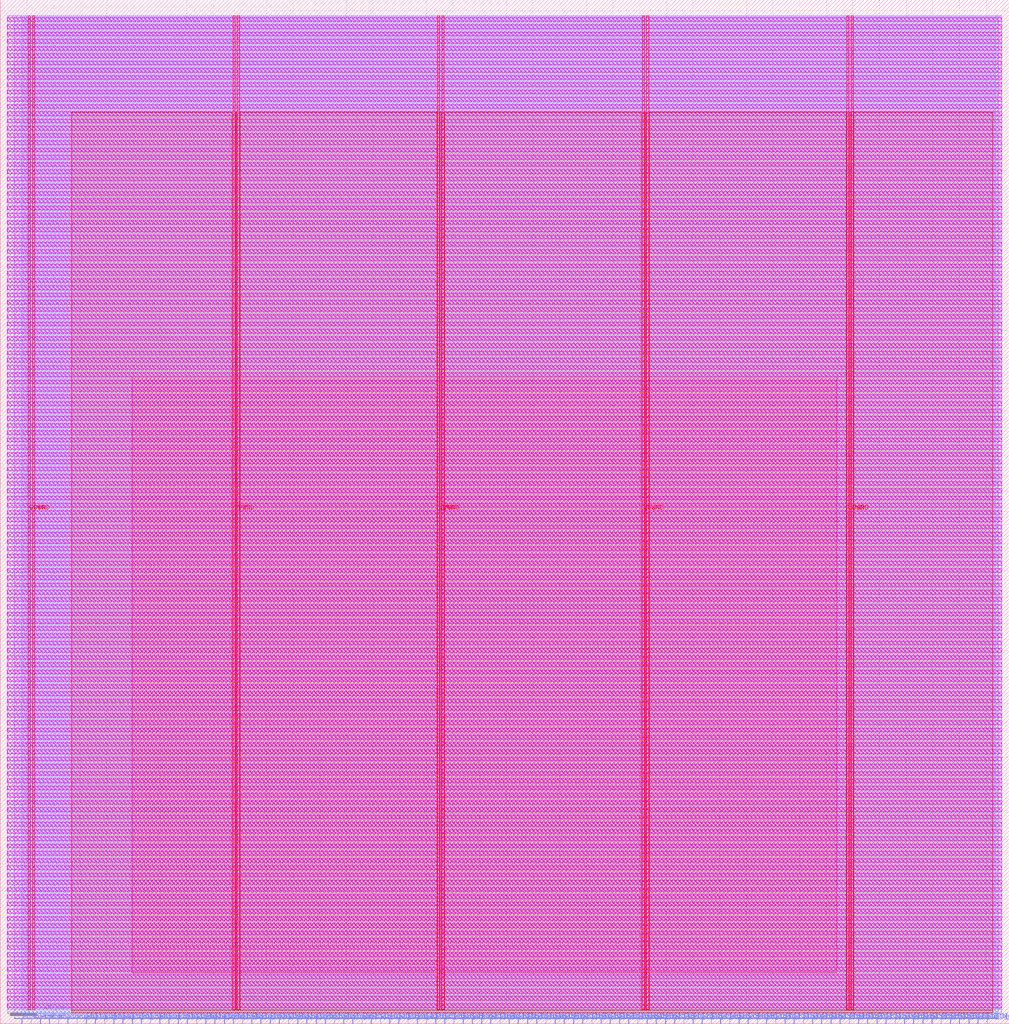
<source format=lef>
VERSION 5.7 ;
  NOWIREEXTENSIONATPIN ON ;
  DIVIDERCHAR "/" ;
  BUSBITCHARS "[]" ;
MACRO aes_wb_wrapper
  CLASS BLOCK ;
  FOREIGN aes_wb_wrapper ;
  ORIGIN 0.000 0.000 ;
  SIZE 757.355 BY 768.075 ;
  PIN VGND
    DIRECTION INOUT ;
    USE GROUND ;
    PORT
      LAYER met4 ;
        RECT 24.340 10.640 25.940 756.400 ;
    END
    PORT
      LAYER met4 ;
        RECT 177.940 10.640 179.540 756.400 ;
    END
    PORT
      LAYER met4 ;
        RECT 331.540 10.640 333.140 756.400 ;
    END
    PORT
      LAYER met4 ;
        RECT 485.140 10.640 486.740 756.400 ;
    END
    PORT
      LAYER met4 ;
        RECT 638.740 10.640 640.340 756.400 ;
    END
  END VGND
  PIN VPWR
    DIRECTION INOUT ;
    USE POWER ;
    PORT
      LAYER met4 ;
        RECT 21.040 10.640 22.640 756.400 ;
    END
    PORT
      LAYER met4 ;
        RECT 174.640 10.640 176.240 756.400 ;
    END
    PORT
      LAYER met4 ;
        RECT 328.240 10.640 329.840 756.400 ;
    END
    PORT
      LAYER met4 ;
        RECT 481.840 10.640 483.440 756.400 ;
    END
    PORT
      LAYER met4 ;
        RECT 635.440 10.640 637.040 756.400 ;
    END
  END VPWR
  PIN wb_clk_i
    DIRECTION INPUT ;
    USE SIGNAL ;
    ANTENNAGATEAREA 0.852000 ;
    ANTENNADIFFAREA 0.434700 ;
    PORT
      LAYER met2 ;
        RECT 16.190 0.000 16.470 4.000 ;
    END
  END wb_clk_i
  PIN wb_rst_i
    DIRECTION INPUT ;
    USE SIGNAL ;
    ANTENNAGATEAREA 0.495000 ;
    ANTENNADIFFAREA 0.434700 ;
    PORT
      LAYER met2 ;
        RECT 23.090 0.000 23.370 4.000 ;
    END
  END wb_rst_i
  PIN wbs_ack_o
    DIRECTION OUTPUT ;
    USE SIGNAL ;
    ANTENNADIFFAREA 2.673000 ;
    PORT
      LAYER met2 ;
        RECT 29.990 0.000 30.270 4.000 ;
    END
  END wbs_ack_o
  PIN wbs_adr_i[0]
    DIRECTION INPUT ;
    USE SIGNAL ;
    PORT
      LAYER met2 ;
        RECT 36.890 0.000 37.170 4.000 ;
    END
  END wbs_adr_i[0]
  PIN wbs_adr_i[10]
    DIRECTION INPUT ;
    USE SIGNAL ;
    PORT
      LAYER met2 ;
        RECT 105.890 0.000 106.170 4.000 ;
    END
  END wbs_adr_i[10]
  PIN wbs_adr_i[11]
    DIRECTION INPUT ;
    USE SIGNAL ;
    PORT
      LAYER met2 ;
        RECT 112.790 0.000 113.070 4.000 ;
    END
  END wbs_adr_i[11]
  PIN wbs_adr_i[12]
    DIRECTION INPUT ;
    USE SIGNAL ;
    PORT
      LAYER met2 ;
        RECT 119.690 0.000 119.970 4.000 ;
    END
  END wbs_adr_i[12]
  PIN wbs_adr_i[13]
    DIRECTION INPUT ;
    USE SIGNAL ;
    PORT
      LAYER met2 ;
        RECT 126.590 0.000 126.870 4.000 ;
    END
  END wbs_adr_i[13]
  PIN wbs_adr_i[14]
    DIRECTION INPUT ;
    USE SIGNAL ;
    PORT
      LAYER met2 ;
        RECT 133.490 0.000 133.770 4.000 ;
    END
  END wbs_adr_i[14]
  PIN wbs_adr_i[15]
    DIRECTION INPUT ;
    USE SIGNAL ;
    PORT
      LAYER met2 ;
        RECT 140.390 0.000 140.670 4.000 ;
    END
  END wbs_adr_i[15]
  PIN wbs_adr_i[16]
    DIRECTION INPUT ;
    USE SIGNAL ;
    PORT
      LAYER met2 ;
        RECT 147.290 0.000 147.570 4.000 ;
    END
  END wbs_adr_i[16]
  PIN wbs_adr_i[17]
    DIRECTION INPUT ;
    USE SIGNAL ;
    PORT
      LAYER met2 ;
        RECT 154.190 0.000 154.470 4.000 ;
    END
  END wbs_adr_i[17]
  PIN wbs_adr_i[18]
    DIRECTION INPUT ;
    USE SIGNAL ;
    PORT
      LAYER met2 ;
        RECT 161.090 0.000 161.370 4.000 ;
    END
  END wbs_adr_i[18]
  PIN wbs_adr_i[19]
    DIRECTION INPUT ;
    USE SIGNAL ;
    PORT
      LAYER met2 ;
        RECT 167.990 0.000 168.270 4.000 ;
    END
  END wbs_adr_i[19]
  PIN wbs_adr_i[1]
    DIRECTION INPUT ;
    USE SIGNAL ;
    PORT
      LAYER met2 ;
        RECT 43.790 0.000 44.070 4.000 ;
    END
  END wbs_adr_i[1]
  PIN wbs_adr_i[20]
    DIRECTION INPUT ;
    USE SIGNAL ;
    PORT
      LAYER met2 ;
        RECT 174.890 0.000 175.170 4.000 ;
    END
  END wbs_adr_i[20]
  PIN wbs_adr_i[21]
    DIRECTION INPUT ;
    USE SIGNAL ;
    PORT
      LAYER met2 ;
        RECT 181.790 0.000 182.070 4.000 ;
    END
  END wbs_adr_i[21]
  PIN wbs_adr_i[22]
    DIRECTION INPUT ;
    USE SIGNAL ;
    PORT
      LAYER met2 ;
        RECT 188.690 0.000 188.970 4.000 ;
    END
  END wbs_adr_i[22]
  PIN wbs_adr_i[23]
    DIRECTION INPUT ;
    USE SIGNAL ;
    PORT
      LAYER met2 ;
        RECT 195.590 0.000 195.870 4.000 ;
    END
  END wbs_adr_i[23]
  PIN wbs_adr_i[24]
    DIRECTION INPUT ;
    USE SIGNAL ;
    PORT
      LAYER met2 ;
        RECT 202.490 0.000 202.770 4.000 ;
    END
  END wbs_adr_i[24]
  PIN wbs_adr_i[25]
    DIRECTION INPUT ;
    USE SIGNAL ;
    PORT
      LAYER met2 ;
        RECT 209.390 0.000 209.670 4.000 ;
    END
  END wbs_adr_i[25]
  PIN wbs_adr_i[26]
    DIRECTION INPUT ;
    USE SIGNAL ;
    PORT
      LAYER met2 ;
        RECT 216.290 0.000 216.570 4.000 ;
    END
  END wbs_adr_i[26]
  PIN wbs_adr_i[27]
    DIRECTION INPUT ;
    USE SIGNAL ;
    PORT
      LAYER met2 ;
        RECT 223.190 0.000 223.470 4.000 ;
    END
  END wbs_adr_i[27]
  PIN wbs_adr_i[28]
    DIRECTION INPUT ;
    USE SIGNAL ;
    PORT
      LAYER met2 ;
        RECT 230.090 0.000 230.370 4.000 ;
    END
  END wbs_adr_i[28]
  PIN wbs_adr_i[29]
    DIRECTION INPUT ;
    USE SIGNAL ;
    PORT
      LAYER met2 ;
        RECT 236.990 0.000 237.270 4.000 ;
    END
  END wbs_adr_i[29]
  PIN wbs_adr_i[2]
    DIRECTION INPUT ;
    USE SIGNAL ;
    ANTENNAGATEAREA 0.126000 ;
    ANTENNADIFFAREA 0.434700 ;
    PORT
      LAYER met2 ;
        RECT 50.690 0.000 50.970 4.000 ;
    END
  END wbs_adr_i[2]
  PIN wbs_adr_i[30]
    DIRECTION INPUT ;
    USE SIGNAL ;
    PORT
      LAYER met2 ;
        RECT 243.890 0.000 244.170 4.000 ;
    END
  END wbs_adr_i[30]
  PIN wbs_adr_i[31]
    DIRECTION INPUT ;
    USE SIGNAL ;
    PORT
      LAYER met2 ;
        RECT 250.790 0.000 251.070 4.000 ;
    END
  END wbs_adr_i[31]
  PIN wbs_adr_i[3]
    DIRECTION INPUT ;
    USE SIGNAL ;
    ANTENNAGATEAREA 0.126000 ;
    ANTENNADIFFAREA 0.434700 ;
    PORT
      LAYER met2 ;
        RECT 57.590 0.000 57.870 4.000 ;
    END
  END wbs_adr_i[3]
  PIN wbs_adr_i[4]
    DIRECTION INPUT ;
    USE SIGNAL ;
    ANTENNAGATEAREA 0.126000 ;
    ANTENNADIFFAREA 0.434700 ;
    PORT
      LAYER met2 ;
        RECT 64.490 0.000 64.770 4.000 ;
    END
  END wbs_adr_i[4]
  PIN wbs_adr_i[5]
    DIRECTION INPUT ;
    USE SIGNAL ;
    ANTENNAGATEAREA 0.126000 ;
    ANTENNADIFFAREA 0.434700 ;
    PORT
      LAYER met2 ;
        RECT 71.390 0.000 71.670 4.000 ;
    END
  END wbs_adr_i[5]
  PIN wbs_adr_i[6]
    DIRECTION INPUT ;
    USE SIGNAL ;
    ANTENNAGATEAREA 0.126000 ;
    ANTENNADIFFAREA 0.434700 ;
    PORT
      LAYER met2 ;
        RECT 78.290 0.000 78.570 4.000 ;
    END
  END wbs_adr_i[6]
  PIN wbs_adr_i[7]
    DIRECTION INPUT ;
    USE SIGNAL ;
    ANTENNAGATEAREA 0.126000 ;
    ANTENNADIFFAREA 0.434700 ;
    PORT
      LAYER met2 ;
        RECT 85.190 0.000 85.470 4.000 ;
    END
  END wbs_adr_i[7]
  PIN wbs_adr_i[8]
    DIRECTION INPUT ;
    USE SIGNAL ;
    ANTENNAGATEAREA 0.126000 ;
    ANTENNADIFFAREA 0.434700 ;
    PORT
      LAYER met2 ;
        RECT 92.090 0.000 92.370 4.000 ;
    END
  END wbs_adr_i[8]
  PIN wbs_adr_i[9]
    DIRECTION INPUT ;
    USE SIGNAL ;
    ANTENNAGATEAREA 0.126000 ;
    ANTENNADIFFAREA 0.434700 ;
    PORT
      LAYER met2 ;
        RECT 98.990 0.000 99.270 4.000 ;
    END
  END wbs_adr_i[9]
  PIN wbs_cyc_i
    DIRECTION INPUT ;
    USE SIGNAL ;
    ANTENNAGATEAREA 0.126000 ;
    ANTENNADIFFAREA 0.434700 ;
    PORT
      LAYER met2 ;
        RECT 257.690 0.000 257.970 4.000 ;
    END
  END wbs_cyc_i
  PIN wbs_dat_i[0]
    DIRECTION INPUT ;
    USE SIGNAL ;
    ANTENNAGATEAREA 0.126000 ;
    ANTENNADIFFAREA 0.434700 ;
    PORT
      LAYER met2 ;
        RECT 264.590 0.000 264.870 4.000 ;
    END
  END wbs_dat_i[0]
  PIN wbs_dat_i[10]
    DIRECTION INPUT ;
    USE SIGNAL ;
    ANTENNAGATEAREA 0.126000 ;
    ANTENNADIFFAREA 0.434700 ;
    PORT
      LAYER met2 ;
        RECT 333.590 0.000 333.870 4.000 ;
    END
  END wbs_dat_i[10]
  PIN wbs_dat_i[11]
    DIRECTION INPUT ;
    USE SIGNAL ;
    ANTENNAGATEAREA 0.126000 ;
    ANTENNADIFFAREA 0.434700 ;
    PORT
      LAYER met2 ;
        RECT 340.490 0.000 340.770 4.000 ;
    END
  END wbs_dat_i[11]
  PIN wbs_dat_i[12]
    DIRECTION INPUT ;
    USE SIGNAL ;
    ANTENNAGATEAREA 0.126000 ;
    ANTENNADIFFAREA 0.434700 ;
    PORT
      LAYER met2 ;
        RECT 347.390 0.000 347.670 4.000 ;
    END
  END wbs_dat_i[12]
  PIN wbs_dat_i[13]
    DIRECTION INPUT ;
    USE SIGNAL ;
    ANTENNAGATEAREA 0.126000 ;
    ANTENNADIFFAREA 0.434700 ;
    PORT
      LAYER met2 ;
        RECT 354.290 0.000 354.570 4.000 ;
    END
  END wbs_dat_i[13]
  PIN wbs_dat_i[14]
    DIRECTION INPUT ;
    USE SIGNAL ;
    ANTENNAGATEAREA 0.126000 ;
    ANTENNADIFFAREA 0.434700 ;
    PORT
      LAYER met2 ;
        RECT 361.190 0.000 361.470 4.000 ;
    END
  END wbs_dat_i[14]
  PIN wbs_dat_i[15]
    DIRECTION INPUT ;
    USE SIGNAL ;
    ANTENNAGATEAREA 0.126000 ;
    ANTENNADIFFAREA 0.434700 ;
    PORT
      LAYER met2 ;
        RECT 368.090 0.000 368.370 4.000 ;
    END
  END wbs_dat_i[15]
  PIN wbs_dat_i[16]
    DIRECTION INPUT ;
    USE SIGNAL ;
    ANTENNAGATEAREA 0.126000 ;
    ANTENNADIFFAREA 0.434700 ;
    PORT
      LAYER met2 ;
        RECT 374.990 0.000 375.270 4.000 ;
    END
  END wbs_dat_i[16]
  PIN wbs_dat_i[17]
    DIRECTION INPUT ;
    USE SIGNAL ;
    ANTENNAGATEAREA 0.126000 ;
    ANTENNADIFFAREA 0.434700 ;
    PORT
      LAYER met2 ;
        RECT 381.890 0.000 382.170 4.000 ;
    END
  END wbs_dat_i[17]
  PIN wbs_dat_i[18]
    DIRECTION INPUT ;
    USE SIGNAL ;
    ANTENNAGATEAREA 0.126000 ;
    ANTENNADIFFAREA 0.434700 ;
    PORT
      LAYER met2 ;
        RECT 388.790 0.000 389.070 4.000 ;
    END
  END wbs_dat_i[18]
  PIN wbs_dat_i[19]
    DIRECTION INPUT ;
    USE SIGNAL ;
    ANTENNAGATEAREA 0.126000 ;
    ANTENNADIFFAREA 0.434700 ;
    PORT
      LAYER met2 ;
        RECT 395.690 0.000 395.970 4.000 ;
    END
  END wbs_dat_i[19]
  PIN wbs_dat_i[1]
    DIRECTION INPUT ;
    USE SIGNAL ;
    ANTENNAGATEAREA 0.126000 ;
    ANTENNADIFFAREA 0.434700 ;
    PORT
      LAYER met2 ;
        RECT 271.490 0.000 271.770 4.000 ;
    END
  END wbs_dat_i[1]
  PIN wbs_dat_i[20]
    DIRECTION INPUT ;
    USE SIGNAL ;
    ANTENNAGATEAREA 0.126000 ;
    ANTENNADIFFAREA 0.434700 ;
    PORT
      LAYER met2 ;
        RECT 402.590 0.000 402.870 4.000 ;
    END
  END wbs_dat_i[20]
  PIN wbs_dat_i[21]
    DIRECTION INPUT ;
    USE SIGNAL ;
    ANTENNAGATEAREA 0.126000 ;
    ANTENNADIFFAREA 0.434700 ;
    PORT
      LAYER met2 ;
        RECT 409.490 0.000 409.770 4.000 ;
    END
  END wbs_dat_i[21]
  PIN wbs_dat_i[22]
    DIRECTION INPUT ;
    USE SIGNAL ;
    ANTENNAGATEAREA 0.126000 ;
    ANTENNADIFFAREA 0.434700 ;
    PORT
      LAYER met2 ;
        RECT 416.390 0.000 416.670 4.000 ;
    END
  END wbs_dat_i[22]
  PIN wbs_dat_i[23]
    DIRECTION INPUT ;
    USE SIGNAL ;
    ANTENNAGATEAREA 0.126000 ;
    ANTENNADIFFAREA 0.434700 ;
    PORT
      LAYER met2 ;
        RECT 423.290 0.000 423.570 4.000 ;
    END
  END wbs_dat_i[23]
  PIN wbs_dat_i[24]
    DIRECTION INPUT ;
    USE SIGNAL ;
    ANTENNAGATEAREA 0.126000 ;
    ANTENNADIFFAREA 0.434700 ;
    PORT
      LAYER met2 ;
        RECT 430.190 0.000 430.470 4.000 ;
    END
  END wbs_dat_i[24]
  PIN wbs_dat_i[25]
    DIRECTION INPUT ;
    USE SIGNAL ;
    ANTENNAGATEAREA 0.126000 ;
    ANTENNADIFFAREA 0.434700 ;
    PORT
      LAYER met2 ;
        RECT 437.090 0.000 437.370 4.000 ;
    END
  END wbs_dat_i[25]
  PIN wbs_dat_i[26]
    DIRECTION INPUT ;
    USE SIGNAL ;
    ANTENNAGATEAREA 0.126000 ;
    ANTENNADIFFAREA 0.434700 ;
    PORT
      LAYER met2 ;
        RECT 443.990 0.000 444.270 4.000 ;
    END
  END wbs_dat_i[26]
  PIN wbs_dat_i[27]
    DIRECTION INPUT ;
    USE SIGNAL ;
    ANTENNAGATEAREA 0.126000 ;
    ANTENNADIFFAREA 0.434700 ;
    PORT
      LAYER met2 ;
        RECT 450.890 0.000 451.170 4.000 ;
    END
  END wbs_dat_i[27]
  PIN wbs_dat_i[28]
    DIRECTION INPUT ;
    USE SIGNAL ;
    ANTENNAGATEAREA 0.126000 ;
    ANTENNADIFFAREA 0.434700 ;
    PORT
      LAYER met2 ;
        RECT 457.790 0.000 458.070 4.000 ;
    END
  END wbs_dat_i[28]
  PIN wbs_dat_i[29]
    DIRECTION INPUT ;
    USE SIGNAL ;
    ANTENNAGATEAREA 0.126000 ;
    ANTENNADIFFAREA 0.434700 ;
    PORT
      LAYER met2 ;
        RECT 464.690 0.000 464.970 4.000 ;
    END
  END wbs_dat_i[29]
  PIN wbs_dat_i[2]
    DIRECTION INPUT ;
    USE SIGNAL ;
    ANTENNAGATEAREA 0.126000 ;
    ANTENNADIFFAREA 0.434700 ;
    PORT
      LAYER met2 ;
        RECT 278.390 0.000 278.670 4.000 ;
    END
  END wbs_dat_i[2]
  PIN wbs_dat_i[30]
    DIRECTION INPUT ;
    USE SIGNAL ;
    ANTENNAGATEAREA 0.126000 ;
    ANTENNADIFFAREA 0.434700 ;
    PORT
      LAYER met2 ;
        RECT 471.590 0.000 471.870 4.000 ;
    END
  END wbs_dat_i[30]
  PIN wbs_dat_i[31]
    DIRECTION INPUT ;
    USE SIGNAL ;
    ANTENNAGATEAREA 0.126000 ;
    ANTENNADIFFAREA 0.434700 ;
    PORT
      LAYER met2 ;
        RECT 478.490 0.000 478.770 4.000 ;
    END
  END wbs_dat_i[31]
  PIN wbs_dat_i[3]
    DIRECTION INPUT ;
    USE SIGNAL ;
    ANTENNAGATEAREA 0.126000 ;
    ANTENNADIFFAREA 0.434700 ;
    PORT
      LAYER met2 ;
        RECT 285.290 0.000 285.570 4.000 ;
    END
  END wbs_dat_i[3]
  PIN wbs_dat_i[4]
    DIRECTION INPUT ;
    USE SIGNAL ;
    ANTENNAGATEAREA 0.126000 ;
    ANTENNADIFFAREA 0.434700 ;
    PORT
      LAYER met2 ;
        RECT 292.190 0.000 292.470 4.000 ;
    END
  END wbs_dat_i[4]
  PIN wbs_dat_i[5]
    DIRECTION INPUT ;
    USE SIGNAL ;
    ANTENNAGATEAREA 0.126000 ;
    ANTENNADIFFAREA 0.434700 ;
    PORT
      LAYER met2 ;
        RECT 299.090 0.000 299.370 4.000 ;
    END
  END wbs_dat_i[5]
  PIN wbs_dat_i[6]
    DIRECTION INPUT ;
    USE SIGNAL ;
    ANTENNAGATEAREA 0.126000 ;
    ANTENNADIFFAREA 0.434700 ;
    PORT
      LAYER met2 ;
        RECT 305.990 0.000 306.270 4.000 ;
    END
  END wbs_dat_i[6]
  PIN wbs_dat_i[7]
    DIRECTION INPUT ;
    USE SIGNAL ;
    ANTENNAGATEAREA 0.126000 ;
    ANTENNADIFFAREA 0.434700 ;
    PORT
      LAYER met2 ;
        RECT 312.890 0.000 313.170 4.000 ;
    END
  END wbs_dat_i[7]
  PIN wbs_dat_i[8]
    DIRECTION INPUT ;
    USE SIGNAL ;
    ANTENNAGATEAREA 0.126000 ;
    ANTENNADIFFAREA 0.434700 ;
    PORT
      LAYER met2 ;
        RECT 319.790 0.000 320.070 4.000 ;
    END
  END wbs_dat_i[8]
  PIN wbs_dat_i[9]
    DIRECTION INPUT ;
    USE SIGNAL ;
    ANTENNAGATEAREA 0.126000 ;
    ANTENNADIFFAREA 0.434700 ;
    PORT
      LAYER met2 ;
        RECT 326.690 0.000 326.970 4.000 ;
    END
  END wbs_dat_i[9]
  PIN wbs_dat_o[0]
    DIRECTION OUTPUT ;
    USE SIGNAL ;
    ANTENNADIFFAREA 2.673000 ;
    PORT
      LAYER met2 ;
        RECT 485.390 0.000 485.670 4.000 ;
    END
  END wbs_dat_o[0]
  PIN wbs_dat_o[10]
    DIRECTION OUTPUT ;
    USE SIGNAL ;
    ANTENNADIFFAREA 2.673000 ;
    PORT
      LAYER met2 ;
        RECT 554.390 0.000 554.670 4.000 ;
    END
  END wbs_dat_o[10]
  PIN wbs_dat_o[11]
    DIRECTION OUTPUT ;
    USE SIGNAL ;
    ANTENNADIFFAREA 2.673000 ;
    PORT
      LAYER met2 ;
        RECT 561.290 0.000 561.570 4.000 ;
    END
  END wbs_dat_o[11]
  PIN wbs_dat_o[12]
    DIRECTION OUTPUT ;
    USE SIGNAL ;
    ANTENNADIFFAREA 2.673000 ;
    PORT
      LAYER met2 ;
        RECT 568.190 0.000 568.470 4.000 ;
    END
  END wbs_dat_o[12]
  PIN wbs_dat_o[13]
    DIRECTION OUTPUT ;
    USE SIGNAL ;
    ANTENNADIFFAREA 2.673000 ;
    PORT
      LAYER met2 ;
        RECT 575.090 0.000 575.370 4.000 ;
    END
  END wbs_dat_o[13]
  PIN wbs_dat_o[14]
    DIRECTION OUTPUT ;
    USE SIGNAL ;
    ANTENNADIFFAREA 2.673000 ;
    PORT
      LAYER met2 ;
        RECT 581.990 0.000 582.270 4.000 ;
    END
  END wbs_dat_o[14]
  PIN wbs_dat_o[15]
    DIRECTION OUTPUT ;
    USE SIGNAL ;
    ANTENNADIFFAREA 2.673000 ;
    PORT
      LAYER met2 ;
        RECT 588.890 0.000 589.170 4.000 ;
    END
  END wbs_dat_o[15]
  PIN wbs_dat_o[16]
    DIRECTION OUTPUT ;
    USE SIGNAL ;
    ANTENNADIFFAREA 2.673000 ;
    PORT
      LAYER met2 ;
        RECT 595.790 0.000 596.070 4.000 ;
    END
  END wbs_dat_o[16]
  PIN wbs_dat_o[17]
    DIRECTION OUTPUT ;
    USE SIGNAL ;
    ANTENNADIFFAREA 2.673000 ;
    PORT
      LAYER met2 ;
        RECT 602.690 0.000 602.970 4.000 ;
    END
  END wbs_dat_o[17]
  PIN wbs_dat_o[18]
    DIRECTION OUTPUT ;
    USE SIGNAL ;
    ANTENNADIFFAREA 2.673000 ;
    PORT
      LAYER met2 ;
        RECT 609.590 0.000 609.870 4.000 ;
    END
  END wbs_dat_o[18]
  PIN wbs_dat_o[19]
    DIRECTION OUTPUT ;
    USE SIGNAL ;
    ANTENNADIFFAREA 2.673000 ;
    PORT
      LAYER met2 ;
        RECT 616.490 0.000 616.770 4.000 ;
    END
  END wbs_dat_o[19]
  PIN wbs_dat_o[1]
    DIRECTION OUTPUT ;
    USE SIGNAL ;
    ANTENNADIFFAREA 2.673000 ;
    PORT
      LAYER met2 ;
        RECT 492.290 0.000 492.570 4.000 ;
    END
  END wbs_dat_o[1]
  PIN wbs_dat_o[20]
    DIRECTION OUTPUT ;
    USE SIGNAL ;
    ANTENNADIFFAREA 2.673000 ;
    PORT
      LAYER met2 ;
        RECT 623.390 0.000 623.670 4.000 ;
    END
  END wbs_dat_o[20]
  PIN wbs_dat_o[21]
    DIRECTION OUTPUT ;
    USE SIGNAL ;
    ANTENNADIFFAREA 2.673000 ;
    PORT
      LAYER met2 ;
        RECT 630.290 0.000 630.570 4.000 ;
    END
  END wbs_dat_o[21]
  PIN wbs_dat_o[22]
    DIRECTION OUTPUT ;
    USE SIGNAL ;
    ANTENNADIFFAREA 2.673000 ;
    PORT
      LAYER met2 ;
        RECT 637.190 0.000 637.470 4.000 ;
    END
  END wbs_dat_o[22]
  PIN wbs_dat_o[23]
    DIRECTION OUTPUT ;
    USE SIGNAL ;
    ANTENNADIFFAREA 2.673000 ;
    PORT
      LAYER met2 ;
        RECT 644.090 0.000 644.370 4.000 ;
    END
  END wbs_dat_o[23]
  PIN wbs_dat_o[24]
    DIRECTION OUTPUT ;
    USE SIGNAL ;
    ANTENNADIFFAREA 2.673000 ;
    PORT
      LAYER met2 ;
        RECT 650.990 0.000 651.270 4.000 ;
    END
  END wbs_dat_o[24]
  PIN wbs_dat_o[25]
    DIRECTION OUTPUT ;
    USE SIGNAL ;
    ANTENNADIFFAREA 2.673000 ;
    PORT
      LAYER met2 ;
        RECT 657.890 0.000 658.170 4.000 ;
    END
  END wbs_dat_o[25]
  PIN wbs_dat_o[26]
    DIRECTION OUTPUT ;
    USE SIGNAL ;
    ANTENNADIFFAREA 2.673000 ;
    PORT
      LAYER met2 ;
        RECT 664.790 0.000 665.070 4.000 ;
    END
  END wbs_dat_o[26]
  PIN wbs_dat_o[27]
    DIRECTION OUTPUT ;
    USE SIGNAL ;
    ANTENNADIFFAREA 2.673000 ;
    PORT
      LAYER met2 ;
        RECT 671.690 0.000 671.970 4.000 ;
    END
  END wbs_dat_o[27]
  PIN wbs_dat_o[28]
    DIRECTION OUTPUT ;
    USE SIGNAL ;
    ANTENNADIFFAREA 2.673000 ;
    PORT
      LAYER met2 ;
        RECT 678.590 0.000 678.870 4.000 ;
    END
  END wbs_dat_o[28]
  PIN wbs_dat_o[29]
    DIRECTION OUTPUT ;
    USE SIGNAL ;
    ANTENNADIFFAREA 2.673000 ;
    PORT
      LAYER met2 ;
        RECT 685.490 0.000 685.770 4.000 ;
    END
  END wbs_dat_o[29]
  PIN wbs_dat_o[2]
    DIRECTION OUTPUT ;
    USE SIGNAL ;
    ANTENNADIFFAREA 2.673000 ;
    PORT
      LAYER met2 ;
        RECT 499.190 0.000 499.470 4.000 ;
    END
  END wbs_dat_o[2]
  PIN wbs_dat_o[30]
    DIRECTION OUTPUT ;
    USE SIGNAL ;
    ANTENNADIFFAREA 2.673000 ;
    PORT
      LAYER met2 ;
        RECT 692.390 0.000 692.670 4.000 ;
    END
  END wbs_dat_o[30]
  PIN wbs_dat_o[31]
    DIRECTION OUTPUT ;
    USE SIGNAL ;
    ANTENNADIFFAREA 2.673000 ;
    PORT
      LAYER met2 ;
        RECT 699.290 0.000 699.570 4.000 ;
    END
  END wbs_dat_o[31]
  PIN wbs_dat_o[3]
    DIRECTION OUTPUT ;
    USE SIGNAL ;
    ANTENNADIFFAREA 2.673000 ;
    PORT
      LAYER met2 ;
        RECT 506.090 0.000 506.370 4.000 ;
    END
  END wbs_dat_o[3]
  PIN wbs_dat_o[4]
    DIRECTION OUTPUT ;
    USE SIGNAL ;
    ANTENNADIFFAREA 2.673000 ;
    PORT
      LAYER met2 ;
        RECT 512.990 0.000 513.270 4.000 ;
    END
  END wbs_dat_o[4]
  PIN wbs_dat_o[5]
    DIRECTION OUTPUT ;
    USE SIGNAL ;
    ANTENNADIFFAREA 2.673000 ;
    PORT
      LAYER met2 ;
        RECT 519.890 0.000 520.170 4.000 ;
    END
  END wbs_dat_o[5]
  PIN wbs_dat_o[6]
    DIRECTION OUTPUT ;
    USE SIGNAL ;
    ANTENNADIFFAREA 2.673000 ;
    PORT
      LAYER met2 ;
        RECT 526.790 0.000 527.070 4.000 ;
    END
  END wbs_dat_o[6]
  PIN wbs_dat_o[7]
    DIRECTION OUTPUT ;
    USE SIGNAL ;
    ANTENNADIFFAREA 2.673000 ;
    PORT
      LAYER met2 ;
        RECT 533.690 0.000 533.970 4.000 ;
    END
  END wbs_dat_o[7]
  PIN wbs_dat_o[8]
    DIRECTION OUTPUT ;
    USE SIGNAL ;
    ANTENNADIFFAREA 2.673000 ;
    PORT
      LAYER met2 ;
        RECT 540.590 0.000 540.870 4.000 ;
    END
  END wbs_dat_o[8]
  PIN wbs_dat_o[9]
    DIRECTION OUTPUT ;
    USE SIGNAL ;
    ANTENNADIFFAREA 2.673000 ;
    PORT
      LAYER met2 ;
        RECT 547.490 0.000 547.770 4.000 ;
    END
  END wbs_dat_o[9]
  PIN wbs_sel_i[0]
    DIRECTION INPUT ;
    USE SIGNAL ;
    PORT
      LAYER met2 ;
        RECT 706.190 0.000 706.470 4.000 ;
    END
  END wbs_sel_i[0]
  PIN wbs_sel_i[1]
    DIRECTION INPUT ;
    USE SIGNAL ;
    PORT
      LAYER met2 ;
        RECT 713.090 0.000 713.370 4.000 ;
    END
  END wbs_sel_i[1]
  PIN wbs_sel_i[2]
    DIRECTION INPUT ;
    USE SIGNAL ;
    PORT
      LAYER met2 ;
        RECT 719.990 0.000 720.270 4.000 ;
    END
  END wbs_sel_i[2]
  PIN wbs_sel_i[3]
    DIRECTION INPUT ;
    USE SIGNAL ;
    PORT
      LAYER met2 ;
        RECT 726.890 0.000 727.170 4.000 ;
    END
  END wbs_sel_i[3]
  PIN wbs_stb_i
    DIRECTION INPUT ;
    USE SIGNAL ;
    ANTENNAGATEAREA 0.126000 ;
    ANTENNADIFFAREA 0.434700 ;
    PORT
      LAYER met2 ;
        RECT 733.790 0.000 734.070 4.000 ;
    END
  END wbs_stb_i
  PIN wbs_we_i
    DIRECTION INPUT ;
    USE SIGNAL ;
    ANTENNAGATEAREA 0.159000 ;
    ANTENNADIFFAREA 0.434700 ;
    PORT
      LAYER met2 ;
        RECT 740.690 0.000 740.970 4.000 ;
    END
  END wbs_we_i
  OBS
      LAYER nwell ;
        RECT 5.330 752.025 751.830 754.855 ;
        RECT 5.330 746.585 751.830 749.415 ;
        RECT 5.330 741.145 751.830 743.975 ;
        RECT 5.330 735.705 751.830 738.535 ;
        RECT 5.330 730.265 751.830 733.095 ;
        RECT 5.330 724.825 751.830 727.655 ;
        RECT 5.330 719.385 751.830 722.215 ;
        RECT 5.330 713.945 751.830 716.775 ;
        RECT 5.330 708.505 751.830 711.335 ;
        RECT 5.330 703.065 751.830 705.895 ;
        RECT 5.330 697.625 751.830 700.455 ;
        RECT 5.330 692.185 751.830 695.015 ;
        RECT 5.330 686.745 751.830 689.575 ;
        RECT 5.330 681.305 751.830 684.135 ;
        RECT 5.330 675.865 751.830 678.695 ;
        RECT 5.330 670.425 751.830 673.255 ;
        RECT 5.330 664.985 751.830 667.815 ;
        RECT 5.330 659.545 751.830 662.375 ;
        RECT 5.330 654.105 751.830 656.935 ;
        RECT 5.330 648.665 751.830 651.495 ;
        RECT 5.330 643.225 751.830 646.055 ;
        RECT 5.330 637.785 751.830 640.615 ;
        RECT 5.330 632.345 751.830 635.175 ;
        RECT 5.330 626.905 751.830 629.735 ;
        RECT 5.330 621.465 751.830 624.295 ;
        RECT 5.330 616.025 751.830 618.855 ;
        RECT 5.330 610.585 751.830 613.415 ;
        RECT 5.330 605.145 751.830 607.975 ;
        RECT 5.330 599.705 751.830 602.535 ;
        RECT 5.330 594.265 751.830 597.095 ;
        RECT 5.330 588.825 751.830 591.655 ;
        RECT 5.330 583.385 751.830 586.215 ;
        RECT 5.330 577.945 751.830 580.775 ;
        RECT 5.330 572.505 751.830 575.335 ;
        RECT 5.330 567.065 751.830 569.895 ;
        RECT 5.330 561.625 751.830 564.455 ;
        RECT 5.330 556.185 751.830 559.015 ;
        RECT 5.330 550.745 751.830 553.575 ;
        RECT 5.330 545.305 751.830 548.135 ;
        RECT 5.330 539.865 751.830 542.695 ;
        RECT 5.330 534.425 751.830 537.255 ;
        RECT 5.330 528.985 751.830 531.815 ;
        RECT 5.330 523.545 751.830 526.375 ;
        RECT 5.330 518.105 751.830 520.935 ;
        RECT 5.330 512.665 751.830 515.495 ;
        RECT 5.330 507.225 751.830 510.055 ;
        RECT 5.330 501.785 751.830 504.615 ;
        RECT 5.330 496.345 751.830 499.175 ;
        RECT 5.330 490.905 751.830 493.735 ;
        RECT 5.330 485.465 751.830 488.295 ;
        RECT 5.330 480.025 751.830 482.855 ;
        RECT 5.330 474.585 751.830 477.415 ;
        RECT 5.330 469.145 751.830 471.975 ;
        RECT 5.330 463.705 751.830 466.535 ;
        RECT 5.330 458.265 751.830 461.095 ;
        RECT 5.330 452.825 751.830 455.655 ;
        RECT 5.330 447.385 751.830 450.215 ;
        RECT 5.330 441.945 751.830 444.775 ;
        RECT 5.330 436.505 751.830 439.335 ;
        RECT 5.330 431.065 751.830 433.895 ;
        RECT 5.330 425.625 751.830 428.455 ;
        RECT 5.330 420.185 751.830 423.015 ;
        RECT 5.330 414.745 751.830 417.575 ;
        RECT 5.330 409.305 751.830 412.135 ;
        RECT 5.330 403.865 751.830 406.695 ;
        RECT 5.330 398.425 751.830 401.255 ;
        RECT 5.330 392.985 751.830 395.815 ;
        RECT 5.330 387.545 751.830 390.375 ;
        RECT 5.330 382.105 751.830 384.935 ;
        RECT 5.330 376.665 751.830 379.495 ;
        RECT 5.330 371.225 751.830 374.055 ;
        RECT 5.330 365.785 751.830 368.615 ;
        RECT 5.330 360.345 751.830 363.175 ;
        RECT 5.330 354.905 751.830 357.735 ;
        RECT 5.330 349.465 751.830 352.295 ;
        RECT 5.330 344.025 751.830 346.855 ;
        RECT 5.330 338.585 751.830 341.415 ;
        RECT 5.330 333.145 751.830 335.975 ;
        RECT 5.330 327.705 751.830 330.535 ;
        RECT 5.330 322.265 751.830 325.095 ;
        RECT 5.330 316.825 751.830 319.655 ;
        RECT 5.330 311.385 751.830 314.215 ;
        RECT 5.330 305.945 751.830 308.775 ;
        RECT 5.330 300.505 751.830 303.335 ;
        RECT 5.330 295.065 751.830 297.895 ;
        RECT 5.330 289.625 751.830 292.455 ;
        RECT 5.330 284.185 751.830 287.015 ;
        RECT 5.330 278.745 751.830 281.575 ;
        RECT 5.330 273.305 751.830 276.135 ;
        RECT 5.330 267.865 751.830 270.695 ;
        RECT 5.330 262.425 751.830 265.255 ;
        RECT 5.330 256.985 751.830 259.815 ;
        RECT 5.330 251.545 751.830 254.375 ;
        RECT 5.330 246.105 751.830 248.935 ;
        RECT 5.330 240.665 751.830 243.495 ;
        RECT 5.330 235.225 751.830 238.055 ;
        RECT 5.330 229.785 751.830 232.615 ;
        RECT 5.330 224.345 751.830 227.175 ;
        RECT 5.330 218.905 751.830 221.735 ;
        RECT 5.330 213.465 751.830 216.295 ;
        RECT 5.330 208.025 751.830 210.855 ;
        RECT 5.330 202.585 751.830 205.415 ;
        RECT 5.330 197.145 751.830 199.975 ;
        RECT 5.330 191.705 751.830 194.535 ;
        RECT 5.330 186.265 751.830 189.095 ;
        RECT 5.330 180.825 751.830 183.655 ;
        RECT 5.330 175.385 751.830 178.215 ;
        RECT 5.330 169.945 751.830 172.775 ;
        RECT 5.330 164.505 751.830 167.335 ;
        RECT 5.330 159.065 751.830 161.895 ;
        RECT 5.330 153.625 751.830 156.455 ;
        RECT 5.330 148.185 751.830 151.015 ;
        RECT 5.330 142.745 751.830 145.575 ;
        RECT 5.330 137.305 751.830 140.135 ;
        RECT 5.330 131.865 751.830 134.695 ;
        RECT 5.330 126.425 751.830 129.255 ;
        RECT 5.330 120.985 751.830 123.815 ;
        RECT 5.330 115.545 751.830 118.375 ;
        RECT 5.330 110.105 751.830 112.935 ;
        RECT 5.330 104.665 751.830 107.495 ;
        RECT 5.330 99.225 751.830 102.055 ;
        RECT 5.330 93.785 751.830 96.615 ;
        RECT 5.330 88.345 751.830 91.175 ;
        RECT 5.330 82.905 751.830 85.735 ;
        RECT 5.330 77.465 751.830 80.295 ;
        RECT 5.330 72.025 751.830 74.855 ;
        RECT 5.330 66.585 751.830 69.415 ;
        RECT 5.330 61.145 751.830 63.975 ;
        RECT 5.330 55.705 751.830 58.535 ;
        RECT 5.330 50.265 751.830 53.095 ;
        RECT 5.330 44.825 751.830 47.655 ;
        RECT 5.330 39.385 751.830 42.215 ;
        RECT 5.330 33.945 751.830 36.775 ;
        RECT 5.330 28.505 751.830 31.335 ;
        RECT 5.330 23.065 751.830 25.895 ;
        RECT 5.330 17.625 751.830 20.455 ;
        RECT 5.330 12.185 751.830 15.015 ;
      LAYER li1 ;
        RECT 5.520 10.795 751.640 756.245 ;
      LAYER met1 ;
        RECT 5.520 7.520 751.640 756.400 ;
      LAYER met2 ;
        RECT 10.680 4.280 749.240 756.345 ;
        RECT 10.680 3.670 15.910 4.280 ;
        RECT 16.750 3.670 22.810 4.280 ;
        RECT 23.650 3.670 29.710 4.280 ;
        RECT 30.550 3.670 36.610 4.280 ;
        RECT 37.450 3.670 43.510 4.280 ;
        RECT 44.350 3.670 50.410 4.280 ;
        RECT 51.250 3.670 57.310 4.280 ;
        RECT 58.150 3.670 64.210 4.280 ;
        RECT 65.050 3.670 71.110 4.280 ;
        RECT 71.950 3.670 78.010 4.280 ;
        RECT 78.850 3.670 84.910 4.280 ;
        RECT 85.750 3.670 91.810 4.280 ;
        RECT 92.650 3.670 98.710 4.280 ;
        RECT 99.550 3.670 105.610 4.280 ;
        RECT 106.450 3.670 112.510 4.280 ;
        RECT 113.350 3.670 119.410 4.280 ;
        RECT 120.250 3.670 126.310 4.280 ;
        RECT 127.150 3.670 133.210 4.280 ;
        RECT 134.050 3.670 140.110 4.280 ;
        RECT 140.950 3.670 147.010 4.280 ;
        RECT 147.850 3.670 153.910 4.280 ;
        RECT 154.750 3.670 160.810 4.280 ;
        RECT 161.650 3.670 167.710 4.280 ;
        RECT 168.550 3.670 174.610 4.280 ;
        RECT 175.450 3.670 181.510 4.280 ;
        RECT 182.350 3.670 188.410 4.280 ;
        RECT 189.250 3.670 195.310 4.280 ;
        RECT 196.150 3.670 202.210 4.280 ;
        RECT 203.050 3.670 209.110 4.280 ;
        RECT 209.950 3.670 216.010 4.280 ;
        RECT 216.850 3.670 222.910 4.280 ;
        RECT 223.750 3.670 229.810 4.280 ;
        RECT 230.650 3.670 236.710 4.280 ;
        RECT 237.550 3.670 243.610 4.280 ;
        RECT 244.450 3.670 250.510 4.280 ;
        RECT 251.350 3.670 257.410 4.280 ;
        RECT 258.250 3.670 264.310 4.280 ;
        RECT 265.150 3.670 271.210 4.280 ;
        RECT 272.050 3.670 278.110 4.280 ;
        RECT 278.950 3.670 285.010 4.280 ;
        RECT 285.850 3.670 291.910 4.280 ;
        RECT 292.750 3.670 298.810 4.280 ;
        RECT 299.650 3.670 305.710 4.280 ;
        RECT 306.550 3.670 312.610 4.280 ;
        RECT 313.450 3.670 319.510 4.280 ;
        RECT 320.350 3.670 326.410 4.280 ;
        RECT 327.250 3.670 333.310 4.280 ;
        RECT 334.150 3.670 340.210 4.280 ;
        RECT 341.050 3.670 347.110 4.280 ;
        RECT 347.950 3.670 354.010 4.280 ;
        RECT 354.850 3.670 360.910 4.280 ;
        RECT 361.750 3.670 367.810 4.280 ;
        RECT 368.650 3.670 374.710 4.280 ;
        RECT 375.550 3.670 381.610 4.280 ;
        RECT 382.450 3.670 388.510 4.280 ;
        RECT 389.350 3.670 395.410 4.280 ;
        RECT 396.250 3.670 402.310 4.280 ;
        RECT 403.150 3.670 409.210 4.280 ;
        RECT 410.050 3.670 416.110 4.280 ;
        RECT 416.950 3.670 423.010 4.280 ;
        RECT 423.850 3.670 429.910 4.280 ;
        RECT 430.750 3.670 436.810 4.280 ;
        RECT 437.650 3.670 443.710 4.280 ;
        RECT 444.550 3.670 450.610 4.280 ;
        RECT 451.450 3.670 457.510 4.280 ;
        RECT 458.350 3.670 464.410 4.280 ;
        RECT 465.250 3.670 471.310 4.280 ;
        RECT 472.150 3.670 478.210 4.280 ;
        RECT 479.050 3.670 485.110 4.280 ;
        RECT 485.950 3.670 492.010 4.280 ;
        RECT 492.850 3.670 498.910 4.280 ;
        RECT 499.750 3.670 505.810 4.280 ;
        RECT 506.650 3.670 512.710 4.280 ;
        RECT 513.550 3.670 519.610 4.280 ;
        RECT 520.450 3.670 526.510 4.280 ;
        RECT 527.350 3.670 533.410 4.280 ;
        RECT 534.250 3.670 540.310 4.280 ;
        RECT 541.150 3.670 547.210 4.280 ;
        RECT 548.050 3.670 554.110 4.280 ;
        RECT 554.950 3.670 561.010 4.280 ;
        RECT 561.850 3.670 567.910 4.280 ;
        RECT 568.750 3.670 574.810 4.280 ;
        RECT 575.650 3.670 581.710 4.280 ;
        RECT 582.550 3.670 588.610 4.280 ;
        RECT 589.450 3.670 595.510 4.280 ;
        RECT 596.350 3.670 602.410 4.280 ;
        RECT 603.250 3.670 609.310 4.280 ;
        RECT 610.150 3.670 616.210 4.280 ;
        RECT 617.050 3.670 623.110 4.280 ;
        RECT 623.950 3.670 630.010 4.280 ;
        RECT 630.850 3.670 636.910 4.280 ;
        RECT 637.750 3.670 643.810 4.280 ;
        RECT 644.650 3.670 650.710 4.280 ;
        RECT 651.550 3.670 657.610 4.280 ;
        RECT 658.450 3.670 664.510 4.280 ;
        RECT 665.350 3.670 671.410 4.280 ;
        RECT 672.250 3.670 678.310 4.280 ;
        RECT 679.150 3.670 685.210 4.280 ;
        RECT 686.050 3.670 692.110 4.280 ;
        RECT 692.950 3.670 699.010 4.280 ;
        RECT 699.850 3.670 705.910 4.280 ;
        RECT 706.750 3.670 712.810 4.280 ;
        RECT 713.650 3.670 719.710 4.280 ;
        RECT 720.550 3.670 726.610 4.280 ;
        RECT 727.450 3.670 733.510 4.280 ;
        RECT 734.350 3.670 740.410 4.280 ;
        RECT 741.250 3.670 749.240 4.280 ;
      LAYER met3 ;
        RECT 16.165 8.335 746.975 756.325 ;
      LAYER met4 ;
        RECT 53.655 10.240 174.240 683.905 ;
        RECT 176.640 10.240 177.540 683.905 ;
        RECT 179.940 10.240 327.840 683.905 ;
        RECT 330.240 10.240 331.140 683.905 ;
        RECT 333.540 10.240 481.440 683.905 ;
        RECT 483.840 10.240 484.740 683.905 ;
        RECT 487.140 10.240 635.040 683.905 ;
        RECT 637.440 10.240 638.340 683.905 ;
        RECT 640.740 10.240 744.905 683.905 ;
        RECT 53.655 8.335 744.905 10.240 ;
      LAYER met5 ;
        RECT 99.020 38.300 627.780 485.300 ;
  END
END aes_wb_wrapper
END LIBRARY


</source>
